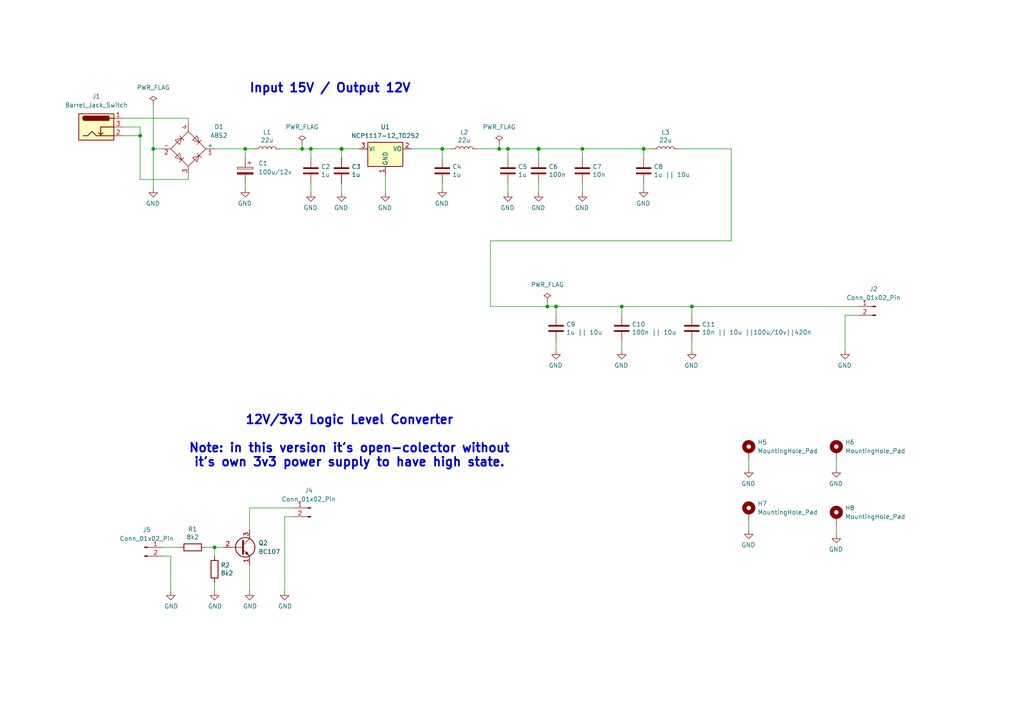
<source format=kicad_sch>
(kicad_sch (version 20250114) (generator "eeschema") (generator_version "9.0")
  (paper "A4")
  (lib_symbols
    (symbol "Connector:Barrel_Jack_Switch" (pin_names (hide yes))
      (property "Reference" "J" (at 0 5.334 0))
      (property "Value" "Barrel_Jack_Switch" (at 0 -5.08 0))
      (symbol "Barrel_Jack_Switch_0_1"
        (rectangle (start -5.08 3.81) (end 5.08 -3.81) (stroke (width 0.254)) (fill (type background)))
        (polyline (pts (xy -3.81 -2.54) (xy -2.54 -2.54) (xy -1.27 -1.27) (xy 0 -2.54) (xy 2.54 -2.54) (xy 5.08 -2.54)) (stroke (width 0.254)))
        (arc (start -3.302 1.905) (mid -3.9343 2.54) (end -3.302 3.175) (stroke (width 0.254)))
        (arc (start -3.302 1.905) (mid -3.9343 2.54) (end -3.302 3.175) (stroke (width 0.254)) (fill (type outline)))
        (polyline (pts (xy 1.27 -2.286) (xy 1.905 -1.651)) (stroke (width 0.254)))
        (rectangle (start 3.683 3.175) (end -3.302 1.905) (stroke (width 0.254)) (fill (type outline)))
        (polyline (pts (xy 5.08 2.54) (xy 3.81 2.54)) (stroke (width 0.254)))
        (polyline (pts (xy 5.08 0) (xy 1.27 0) (xy 1.27 -2.286) (xy 0.635 -1.651)) (stroke (width 0.254)))
      )
      (symbol "Barrel_Jack_Switch_1_1"
        (pin passive line (at 7.62 2.54 180) (length 2.54) (name "~") (number "1"))
        (pin passive line (at 7.62 0 180) (length 2.54) (name "~") (number "3"))
        (pin passive line (at 7.62 -2.54 180) (length 2.54) (name "~") (number "2"))
      )
    )
    (symbol "Connector:Conn_01x02_Pin" (pin_names (offset 1.016) (hide yes))
      (property "Reference" "J" (at 0 2.54 0))
      (property "Value" "Conn_01x02_Pin" (at 0 -5.08 0))
      (symbol "Conn_01x02_Pin_1_1"
        (rectangle (start 0.8636 0.127) (end 0 -0.127) (stroke (width 0.1524)) (fill (type outline)))
        (rectangle (start 0.8636 -2.413) (end 0 -2.667) (stroke (width 0.1524)) (fill (type outline)))
        (polyline (pts (xy 1.27 0) (xy 0.8636 0)) (stroke (width 0.1524)))
        (polyline (pts (xy 1.27 -2.54) (xy 0.8636 -2.54)) (stroke (width 0.1524)))
        (pin passive line (at 5.08 0 180) (length 3.81) (name "Pin_1") (number "1"))
        (pin passive line (at 5.08 -2.54 180) (length 3.81) (name "Pin_2") (number "2"))
      )
    )
    (symbol "Device:C" (pin_numbers (hide yes)) (pin_names (offset 0.254))
      (property "Reference" "C" (at 0.635 2.54 0))
      (property "Value" "C" (at 0.635 -2.54 0))
      (symbol "C_0_1"
        (polyline (pts (xy -2.032 0.762) (xy 2.032 0.762)) (stroke (width 0.508)))
        (polyline (pts (xy -2.032 -0.762) (xy 2.032 -0.762)) (stroke (width 0.508)))
      )
      (symbol "C_1_1"
        (pin passive line (at 0 3.81 270) (length 2.794) (name "~") (number "1"))
        (pin passive line (at 0 -3.81 90) (length 2.794) (name "~") (number "2"))
      )
    )
    (symbol "Device:C_Polarized" (pin_numbers (hide yes)) (pin_names (offset 0.254))
      (property "Reference" "C" (at 0.635 2.54 0))
      (property "Value" "C_Polarized" (at 0.635 -2.54 0))
      (symbol "C_Polarized_0_1"
        (rectangle (start -2.286 0.508) (end 2.286 1.016))
        (polyline (pts (xy -1.778 2.286) (xy -0.762 2.286)))
        (polyline (pts (xy -1.27 2.794) (xy -1.27 1.778)))
        (rectangle (start 2.286 -0.508) (end -2.286 -1.016) (fill (type outline)))
      )
      (symbol "C_Polarized_1_1"
        (pin passive line (at 0 3.81 270) (length 2.794) (name "~") (number "1"))
        (pin passive line (at 0 -3.81 90) (length 2.794) (name "~") (number "2"))
      )
    )
    (symbol "Device:L" (pin_numbers (hide yes)) (pin_names (offset 1.016) (hide yes))
      (property "Reference" "L" (at -1.27 0 90))
      (property "Value" "L" (at 1.905 0 90))
      (symbol "L_0_1"
        (arc (start 0 2.54) (mid 0.6323 1.905) (end 0 1.27))
        (arc (start 0 1.27) (mid 0.6323 0.635) (end 0 0))
        (arc (start 0 0) (mid 0.6323 -0.635) (end 0 -1.27))
        (arc (start 0 -1.27) (mid 0.6323 -1.905) (end 0 -2.54))
      )
      (symbol "L_1_1"
        (pin passive line (at 0 3.81 270) (length 1.27) (name "1") (number "1"))
        (pin passive line (at 0 -3.81 90) (length 1.27) (name "2") (number "2"))
      )
    )
    (symbol "Device:R" (pin_numbers (hide yes)) (pin_names (offset 0))
      (property "Reference" "R" (at 2.032 0 90))
      (property "Value" "R" (at 0 0 90))
      (symbol "R_0_1"
        (rectangle (start -1.016 -2.54) (end 1.016 2.54) (stroke (width 0.254)))
      )
      (symbol "R_1_1"
        (pin passive line (at 0 3.81 270) (length 1.27) (name "~") (number "1"))
        (pin passive line (at 0 -3.81 90) (length 1.27) (name "~") (number "2"))
      )
    )
    (symbol "Diode_Bridge:ABS2" (pin_names (offset 0))
      (property "Reference" "D" (at 2.54 6.985 0))
      (property "Value" "ABS2" (at 2.54 5.08 0))
      (symbol "ABS2_0_1"
        (polyline (pts (xy -5.08 0) (xy 0 -5.08) (xy 5.08 0) (xy 0 5.08) (xy -5.08 0)))
        (polyline (pts (xy -3.81 2.54) (xy -2.54 1.27) (xy -1.905 3.175) (xy -3.81 2.54)))
        (polyline (pts (xy -2.54 3.81) (xy -1.27 2.54)))
        (polyline (pts (xy -2.54 -1.27) (xy -3.81 -2.54) (xy -1.905 -3.175) (xy -2.54 -1.27)))
        (polyline (pts (xy -1.27 -2.54) (xy -2.54 -3.81)))
        (polyline (pts (xy 1.27 2.54) (xy 2.54 3.81) (xy 3.175 1.905) (xy 1.27 2.54)))
        (polyline (pts (xy 2.54 1.27) (xy 3.81 2.54)))
        (polyline (pts (xy 2.54 -1.27) (xy 3.81 -2.54)))
        (polyline (pts (xy 3.175 -1.905) (xy 1.27 -2.54) (xy 2.54 -3.81) (xy 3.175 -1.905)))
      )
      (symbol "ABS2_1_1"
        (pin passive line (at -7.62 0 0) (length 2.54) (name "-") (number "2"))
        (pin passive line (at 0 7.62 270) (length 2.54) (name "~") (number "4"))
        (pin passive line (at 0 -7.62 90) (length 2.54) (name "~") (number "3"))
        (pin passive line (at 7.62 0 180) (length 2.54) (name "+") (number "1"))
      )
    )
    (symbol "Mechanical:MountingHole_Pad" (pin_numbers (hide yes)) (pin_names (offset 1.016) (hide yes)) (exclude_from_sim yes) (in_bom no)
      (property "Reference" "H" (at 0 6.35 0))
      (property "Value" "MountingHole_Pad" (at 0 4.445 0))
      (symbol "MountingHole_Pad_0_1"
        (circle (center 0 1.27) (radius 1.27) (stroke (width 1.27)))
      )
      (symbol "MountingHole_Pad_1_1"
        (pin input line (at 0 -2.54 90) (length 2.54) (name "1") (number "1"))
      )
    )
    (symbol "Regulator_Linear:NCP1117-12_TO252" (pin_names (offset 0.254))
      (property "Reference" "U" (at -3.81 3.175 0))
      (property "Value" "NCP1117-12_TO252" (at 0 3.175 0))
      (symbol "NCP1117-12_TO252_0_1"
        (rectangle (start -5.08 1.905) (end 5.08 -5.08) (stroke (width 0.254)) (fill (type background)))
      )
      (symbol "NCP1117-12_TO252_1_1"
        (pin power_in line (at -7.62 0 0) (length 2.54) (name "VI") (number "3"))
        (pin power_in line (at 0 -7.62 90) (length 2.54) (name "GND") (number "1"))
        (pin power_out line (at 7.62 0 180) (length 2.54) (name "VO") (number "2"))
      )
    )
    (symbol "Transistor_BJT:BC107" (pin_names (offset 0) (hide yes))
      (property "Reference" "Q" (at 5.08 1.905 0))
      (property "Value" "BC107" (at 5.08 0 0))
      (symbol "BC107_0_1"
        (polyline (pts (xy -2.54 0) (xy 0.635 0)))
        (polyline (pts (xy 0.635 1.905) (xy 0.635 -1.905)) (stroke (width 0.508)))
        (circle (center 1.27 0) (radius 2.8194) (stroke (width 0.254)))
      )
      (symbol "BC107_1_1"
        (polyline (pts (xy 0.635 0.635) (xy 2.54 2.54)))
        (polyline (pts (xy 0.635 -0.635) (xy 2.54 -2.54)))
        (polyline (pts (xy 1.27 -1.778) (xy 1.778 -1.27) (xy 2.286 -2.286) (xy 1.27 -1.778)) (fill (type outline)))
        (pin input line (at -5.08 0 0) (length 2.54) (name "B") (number "2"))
        (pin passive line (at 2.54 5.08 270) (length 2.54) (name "C") (number "3"))
        (pin passive line (at 2.54 -5.08 90) (length 2.54) (name "E") (number "1"))
      )
    )
    (symbol "power:GND" (power) (pin_numbers (hide yes)) (pin_names (offset 0) (hide yes))
      (property "Value" "GND" (at 0 -3.81 0))
      (symbol "GND_0_1"
        (polyline (pts (xy 0 0) (xy 0 -1.27) (xy 1.27 -1.27) (xy 0 -2.54) (xy -1.27 -1.27) (xy 0 -1.27)))
      )
      (symbol "GND_1_1"
        (pin power_in line (at 0 0 270) (length 0) (name "~") (number "1"))
      )
    )
    (symbol "power:PWR_FLAG" (power) (pin_numbers (hide yes)) (pin_names (offset 0) (hide yes))
      (property "Value" "PWR_FLAG" (at 0 3.81 0))
      (symbol "PWR_FLAG_0_0"
        (pin power_out line (at 0 0 90) (length 0) (name "~") (number "1"))
      )
      (symbol "PWR_FLAG_0_1"
        (polyline (pts (xy 0 0) (xy 0 1.27) (xy -1.016 1.905) (xy 0 2.54) (xy 1.016 1.905) (xy 0 1.27)))
      )
    )
  )
  (text "12V/3v3 Logic Level Converter\n\nNote: in this version it's open-colector without\nit's own 3v3 power supply to have high state." (at 101.346 128.016 0) (effects (font (size 2.54 2.54) (thickness 0.508) (bold yes))))
  (text "Input 15V / Output 12V" (at 95.758 25.654 0) (effects (font (size 2.54 2.54) (thickness 0.508) (bold yes))))
  (junction (at 87.63 43.18))
  (junction (at 200.66 88.9))
  (junction (at 99.06 43.18) (diameter 1.016))
  (junction (at 161.29 88.9))
  (junction (at 180.34 88.9))
  (junction (at 147.32 43.18))
  (junction (at 71.12 43.18))
  (junction (at 144.78 43.18))
  (junction (at 156.21 43.18) (diameter 1.016))
  (junction (at 128.27 43.18))
  (junction (at 44.45 43.18))
  (junction (at 186.69 43.18))
  (junction (at 40.64 39.37))
  (junction (at 90.17 43.18))
  (junction (at 158.75 88.9))
  (junction (at 168.91 43.18))
  (junction (at 62.23 158.75))
  (wire (pts (xy 217.17 151.13) (xy 217.17 153.67)))
  (wire (pts (xy 138.43 43.18) (xy 144.78 43.18)))
  (wire (pts (xy 161.29 88.9) (xy 180.34 88.9)))
  (wire (pts (xy 46.99 161.29) (xy 49.53 161.29)))
  (wire (pts (xy 40.64 36.83) (xy 35.56 36.83)))
  (wire (pts (xy 87.63 43.18) (xy 87.63 41.91)))
  (wire (pts (xy 90.17 43.18) (xy 99.06 43.18)))
  (wire (pts (xy 104.14 43.18) (xy 99.06 43.18)))
  (wire (pts (xy 71.12 54.61) (xy 71.12 53.34)))
  (wire (pts (xy 245.11 91.44) (xy 245.11 101.6)))
  (wire (pts (xy 62.23 43.18) (xy 71.12 43.18)))
  (wire (pts (xy 49.53 161.29) (xy 49.53 171.45)))
  (wire (pts (xy 186.69 54.61) (xy 186.69 53.34)))
  (wire (pts (xy 44.45 43.18) (xy 44.45 54.61)))
  (wire (pts (xy 90.17 55.88) (xy 90.17 53.34)))
  (wire (pts (xy 128.27 43.18) (xy 128.27 45.72)))
  (wire (pts (xy 242.57 152.4) (xy 242.57 154.94)))
  (wire (pts (xy 158.75 88.9) (xy 161.29 88.9)))
  (wire (pts (xy 147.32 43.18) (xy 156.21 43.18)))
  (wire (pts (xy 82.55 149.86) (xy 85.09 149.86)))
  (wire (pts (xy 212.09 69.85) (xy 142.24 69.85)))
  (wire (pts (xy 186.69 43.18) (xy 186.69 45.72)))
  (wire (pts (xy 180.34 88.9) (xy 200.66 88.9)))
  (wire (pts (xy 85.09 147.32) (xy 72.39 147.32)))
  (wire (pts (xy 168.91 55.88) (xy 168.91 53.34)))
  (wire (pts (xy 147.32 55.88) (xy 147.32 53.34)))
  (wire (pts (xy 62.23 171.45) (xy 62.23 168.91)))
  (wire (pts (xy 168.91 45.72) (xy 168.91 43.18)))
  (wire (pts (xy 200.66 101.6) (xy 200.66 99.06)))
  (wire (pts (xy 35.56 34.29) (xy 54.61 34.29)))
  (wire (pts (xy 248.92 91.44) (xy 245.11 91.44)))
  (wire (pts (xy 119.38 43.18) (xy 128.27 43.18)))
  (wire (pts (xy 200.66 91.44) (xy 200.66 88.9)))
  (wire (pts (xy 99.06 45.72) (xy 99.06 43.18)))
  (wire (pts (xy 156.21 55.88) (xy 156.21 53.34)))
  (wire (pts (xy 81.28 43.18) (xy 87.63 43.18)))
  (wire (pts (xy 71.12 43.18) (xy 73.66 43.18)))
  (wire (pts (xy 180.34 91.44) (xy 180.34 88.9)))
  (wire (pts (xy 44.45 30.48) (xy 44.45 43.18)))
  (wire (pts (xy 54.61 52.07) (xy 40.64 52.07)))
  (wire (pts (xy 54.61 34.29) (xy 54.61 35.56)))
  (wire (pts (xy 72.39 171.45) (xy 72.39 163.83)))
  (wire (pts (xy 40.64 39.37) (xy 40.64 36.83)))
  (wire (pts (xy 156.21 45.72) (xy 156.21 43.18)))
  (wire (pts (xy 59.69 158.75) (xy 62.23 158.75)))
  (wire (pts (xy 87.63 43.18) (xy 90.17 43.18)))
  (wire (pts (xy 142.24 88.9) (xy 158.75 88.9)))
  (wire (pts (xy 62.23 161.29) (xy 62.23 158.75)))
  (wire (pts (xy 71.12 43.18) (xy 71.12 45.72)))
  (wire (pts (xy 40.64 52.07) (xy 40.64 39.37)))
  (wire (pts (xy 168.91 43.18) (xy 186.69 43.18)))
  (wire (pts (xy 82.55 171.45) (xy 82.55 149.86)))
  (wire (pts (xy 99.06 55.88) (xy 99.06 53.34)))
  (wire (pts (xy 161.29 91.44) (xy 161.29 88.9)))
  (wire (pts (xy 72.39 147.32) (xy 72.39 153.67)))
  (wire (pts (xy 158.75 88.9) (xy 158.75 87.63)))
  (wire (pts (xy 144.78 43.18) (xy 144.78 41.91)))
  (wire (pts (xy 212.09 43.18) (xy 212.09 69.85)))
  (wire (pts (xy 180.34 101.6) (xy 180.34 99.06)))
  (wire (pts (xy 128.27 43.18) (xy 130.81 43.18)))
  (wire (pts (xy 111.76 50.8) (xy 111.76 55.88)))
  (wire (pts (xy 46.99 43.18) (xy 44.45 43.18)))
  (wire (pts (xy 147.32 45.72) (xy 147.32 43.18)))
  (wire (pts (xy 217.17 133.35) (xy 217.17 135.89)))
  (wire (pts (xy 35.56 39.37) (xy 40.64 39.37)))
  (wire (pts (xy 161.29 101.6) (xy 161.29 99.06)))
  (wire (pts (xy 46.99 158.75) (xy 52.07 158.75)))
  (wire (pts (xy 196.85 43.18) (xy 212.09 43.18)))
  (wire (pts (xy 90.17 45.72) (xy 90.17 43.18)))
  (wire (pts (xy 54.61 50.8) (xy 54.61 52.07)))
  (wire (pts (xy 200.66 88.9) (xy 248.92 88.9)))
  (wire (pts (xy 144.78 43.18) (xy 147.32 43.18)))
  (wire (pts (xy 242.57 133.35) (xy 242.57 135.89)))
  (wire (pts (xy 128.27 54.61) (xy 128.27 53.34)))
  (wire (pts (xy 62.23 158.75) (xy 64.77 158.75)))
  (wire (pts (xy 186.69 43.18) (xy 189.23 43.18)))
  (wire (pts (xy 156.21 43.18) (xy 168.91 43.18)))
  (wire (pts (xy 142.24 69.85) (xy 142.24 88.9)))
  (symbol (lib_id "power:GND") (at 62.23 171.45 0) (unit 1)
    (property "Reference" "#PWR02" (effects (hide yes)))
    (property "Value" "GND" (at 62.357 175.8442 0))
  )
  (symbol (lib_id "power:GND") (at 72.39 171.45 0) (unit 1)
    (property "Reference" "#PWR03" (effects (hide yes)))
    (property "Value" "GND" (at 72.517 175.8442 0))
  )
  (symbol (lib_id "Device:R") (at 55.88 158.75 270) (unit 1)
    (property "Reference" "R1" (at 55.88 153.4922 90))
    (property "Value" "8k2" (at 55.88 155.8036 90))
    (property "Footprint" "Resistor_SMD:R_0805_2012Metric" (effects (hide yes)))
  )
  (symbol (lib_id "Device:R") (at 62.23 165.1 180) (unit 1)
    (property "Reference" "R2" (at 64.008 163.9316 0) (effects (justify right)))
    (property "Value" "8k2" (at 64.008 166.243 0) (effects (justify right)))
    (property "Footprint" "Resistor_SMD:R_0805_2012Metric" (effects (hide yes)))
  )
  (symbol (lib_id "power:GND") (at 180.34 101.6 0) (mirror y) (unit 1)
    (property "Reference" "#PWR016" (effects (hide yes)))
    (property "Value" "GND" (at 180.213 105.9942 0))
  )
  (symbol (lib_id "Device:C") (at 99.06 49.53 0) (unit 1)
    (property "Reference" "C3" (at 101.981 48.3616 0) (effects (justify left)))
    (property "Value" "1u" (at 101.981 50.673 0) (effects (justify left)))
    (property "Footprint" "Capacitor_SMD:C_0805_2012Metric" (effects (hide yes)))
  )
  (symbol (lib_id "power:GND") (at 147.32 55.88 0) (mirror y) (unit 1)
    (property "Reference" "#PWR011" (effects (hide yes)))
    (property "Value" "GND" (at 147.193 60.2742 0))
  )
  (symbol (lib_id "power:GND") (at 161.29 101.6 0) (mirror y) (unit 1)
    (property "Reference" "#PWR015" (effects (hide yes)))
    (property "Value" "GND" (at 161.163 105.9942 0))
  )
  (symbol (lib_id "Connector:Barrel_Jack_Switch") (at 27.94 36.83 0) (unit 1)
    (property "Reference" "J1" (at 27.94 27.94 0))
    (property "Value" "Barrel_Jack_Switch" (at 27.94 30.48 0))
    (property "Footprint" "Connector_BarrelJack:BarrelJack_GCT_DCJ200-10-A_Horizontal" (effects (hide yes)))
    (property "Description" "DC Barrel Jack with an internal switch" (effects (hide yes)))
  )
  (symbol (lib_id "power:GND") (at 90.17 55.88 0) (mirror y) (unit 1)
    (property "Reference" "#PWR07" (effects (hide yes)))
    (property "Value" "GND" (at 90.043 60.2742 0))
  )
  (symbol (lib_id "Mechanical:MountingHole_Pad") (at 217.17 148.59 0) (unit 1) (exclude_from_sim yes) (in_bom no)
    (property "Reference" "H7" (at 219.71 146.0499 0) (effects (justify left)))
    (property "Value" "MountingHole_Pad" (at 219.71 148.5899 0) (effects (justify left)))
    (property "Footprint" "MountingHole:MountingHole_3.5mm_Pad" (effects (hide yes)))
    (property "Description" "Mounting Hole with connection" (effects (hide yes)))
  )
  (symbol (lib_id "Connector:Conn_01x02_Pin") (at 254 88.9 0) (mirror y) (unit 1)
    (property "Reference" "J2" (at 253.365 83.82 0))
    (property "Value" "Conn_01x02_Pin" (at 253.365 86.36 0))
    (property "Footprint" "Connector_PinHeader_2.54mm:PinHeader_1x02_P2.54mm_Vertical" (effects (hide yes)))
    (property "Description" "Generic connector, single row, 01x02, script generated" (effects (hide yes)))
  )
  (symbol (lib_id "Device:C_Polarized") (at 71.12 49.53 0) (mirror y) (unit 1)
    (property "Reference" "C1" (at 74.93 47.3709 0) (effects (justify right)))
    (property "Value" "100u/12v" (at 74.93 49.9109 0) (effects (justify right)))
    (property "Footprint" "Capacitor_THT:C_Radial_D6.3mm_H5.0mm_P2.50mm" (effects (hide yes)))
    (property "Description" "Polarized capacitor" (effects (hide yes)))
  )
  (symbol (lib_id "Device:C") (at 90.17 49.53 0) (unit 1)
    (property "Reference" "C2" (at 93.091 48.3616 0) (effects (justify left)))
    (property "Value" "1u" (at 93.091 50.673 0) (effects (justify left)))
    (property "Footprint" "Capacitor_SMD:C_0805_2012Metric" (effects (hide yes)))
  )
  (symbol (lib_id "power:PWR_FLAG") (at 144.78 41.91 0) (mirror y) (unit 1)
    (property "Reference" "#FLG03" (effects (hide yes)))
    (property "Value" "PWR_FLAG" (at 144.78 36.83 0))
    (property "Description" "Special symbol for telling ERC where power comes from" (effects (hide yes)))
  )
  (symbol (lib_id "power:GND") (at 49.53 171.45 0) (unit 1)
    (property "Reference" "#PWR06" (effects (hide yes)))
    (property "Value" "GND" (at 49.657 175.8442 0))
  )
  (symbol (lib_id "power:GND") (at 168.91 55.88 0) (mirror y) (unit 1)
    (property "Reference" "#PWR013" (effects (hide yes)))
    (property "Value" "GND" (at 168.783 60.2742 0))
  )
  (symbol (lib_id "Diode_Bridge:ABS2") (at 54.61 43.18 0) (unit 1)
    (property "Reference" "D1" (at 63.5 36.7598 0))
    (property "Value" "ABS2" (at 63.5 39.2998 0))
    (property "Footprint" "Diode_SMD:Diode_Bridge_Diotec_ABS" (effects (hide yes)))
    (property "Datasheet" "https://diotec.com/tl_files/diotec/files/pdf/datasheets/abs2.pdf" (effects (hide yes)))
    (property "Description" "Miniature Glass Passivated Single-Phase Surface Mount Bridge Rectifiers, 140V Vrms, 0.8A If, ABS SMD package" (effects (hide yes)))
  )
  (symbol (lib_id "Device:L") (at 134.62 43.18 270) (mirror x) (unit 1)
    (property "Reference" "L2" (at 134.62 38.354 90))
    (property "Value" "22u" (at 134.62 40.6654 90))
    (property "Footprint" "Inductor_SMD:L_7.3x7.3_H3.5" (effects (hide yes)))
  )
  (symbol (lib_id "power:GND") (at 245.11 101.6 0) (mirror y) (unit 1)
    (property "Reference" "#PWR018" (effects (hide yes)))
    (property "Value" "GND" (at 244.983 105.9942 0))
  )
  (symbol (lib_id "power:GND") (at 156.21 55.88 0) (mirror y) (unit 1)
    (property "Reference" "#PWR012" (effects (hide yes)))
    (property "Value" "GND" (at 156.083 60.2742 0))
  )
  (symbol (lib_id "power:GND") (at 82.55 171.45 0) (unit 1)
    (property "Reference" "#PWR05" (effects (hide yes)))
    (property "Value" "GND" (at 82.677 175.8442 0))
  )
  (symbol (lib_id "Mechanical:MountingHole_Pad") (at 242.57 149.86 0) (unit 1) (exclude_from_sim yes) (in_bom no)
    (property "Reference" "H8" (at 245.11 147.3199 0) (effects (justify left)))
    (property "Value" "MountingHole_Pad" (at 245.11 149.8599 0) (effects (justify left)))
    (property "Footprint" "MountingHole:MountingHole_3.5mm_Pad" (effects (hide yes)))
    (property "Description" "Mounting Hole with connection" (effects (hide yes)))
  )
  (symbol (lib_id "Device:C") (at 128.27 49.53 0) (unit 1)
    (property "Reference" "C4" (at 131.191 48.3616 0) (effects (justify left)))
    (property "Value" "1u" (at 131.191 50.673 0) (effects (justify left)))
    (property "Footprint" "Capacitor_SMD:C_0805_2012Metric" (effects (hide yes)))
  )
  (symbol (lib_id "Regulator_Linear:NCP1117-12_TO252") (at 111.76 43.18 0) (unit 1)
    (property "Reference" "U1" (at 111.76 36.83 0))
    (property "Value" "NCP1117-12_TO252" (at 111.76 39.37 0))
    (property "Footprint" "Package_TO_SOT_SMD:SOT-23-3" (effects (hide yes)))
    (property "Datasheet" "http://www.onsemi.com/pub_link/Collateral/NCP1117-D.PDF" (effects (hide yes)))
    (property "Description" "1A Low drop-out regulator, Fixed Output 12V, TO-252 (DPAK)" (effects (hide yes)))
  )
  (symbol (lib_id "Device:L") (at 77.47 43.18 270) (mirror x) (unit 1)
    (property "Reference" "L1" (at 77.47 38.354 90))
    (property "Value" "22u" (at 77.47 40.6654 90))
    (property "Footprint" "Inductor_SMD:L_7.3x7.3_H3.5" (effects (hide yes)))
  )
  (symbol (lib_id "Device:C") (at 200.66 95.25 0) (unit 1)
    (property "Reference" "C11" (at 203.581 94.0816 0) (effects (justify left)))
    (property "Value" "10n || 10u ||100u/10v||420n" (at 203.581 96.393 0) (effects (justify left)))
    (property "Footprint" "Capacitor_SMD:C_0805_2012Metric" (effects (hide yes)))
  )
  (symbol (lib_id "Device:C") (at 186.69 49.53 0) (unit 1)
    (property "Reference" "C8" (at 189.611 48.3616 0) (effects (justify left)))
    (property "Value" "1u || 10u" (at 189.611 50.673 0) (effects (justify left)))
    (property "Footprint" "Capacitor_SMD:C_0805_2012Metric" (effects (hide yes)))
  )
  (symbol (lib_id "power:GND") (at 44.45 54.61 0) (mirror y) (unit 1)
    (property "Reference" "#PWR01" (effects (hide yes)))
    (property "Value" "GND" (at 44.323 59.0042 0))
  )
  (symbol (lib_id "power:GND") (at 242.57 154.94 0) (mirror y) (unit 1)
    (property "Reference" "#PWR022" (effects (hide yes)))
    (property "Value" "GND" (at 242.443 159.3342 0))
  )
  (symbol (lib_id "power:GND") (at 217.17 153.67 0) (mirror y) (unit 1)
    (property "Reference" "#PWR021" (effects (hide yes)))
    (property "Value" "GND" (at 217.043 158.0642 0))
  )
  (symbol (lib_id "Device:C") (at 156.21 49.53 0) (unit 1)
    (property "Reference" "C6" (at 159.131 48.3616 0) (effects (justify left)))
    (property "Value" "100n" (at 159.131 50.673 0) (effects (justify left)))
    (property "Footprint" "Capacitor_SMD:C_0805_2012Metric" (effects (hide yes)))
  )
  (symbol (lib_id "Device:L") (at 193.04 43.18 270) (mirror x) (unit 1)
    (property "Reference" "L3" (at 193.04 38.354 90))
    (property "Value" "22u" (at 193.04 40.6654 90))
    (property "Footprint" "Inductor_SMD:L_7.3x7.3_H3.5" (effects (hide yes)))
  )
  (symbol (lib_id "power:PWR_FLAG") (at 44.45 30.48 0) (unit 1)
    (property "Reference" "#FLG01" (effects (hide yes)))
    (property "Value" "PWR_FLAG" (at 44.45 25.4 0))
    (property "Description" "Special symbol for telling ERC where power comes from" (effects (hide yes)))
  )
  (symbol (lib_id "Mechanical:MountingHole_Pad") (at 217.17 130.81 0) (unit 1) (exclude_from_sim yes) (in_bom no)
    (property "Reference" "H5" (at 219.71 128.2699 0) (effects (justify left)))
    (property "Value" "MountingHole_Pad" (at 219.71 130.8099 0) (effects (justify left)))
    (property "Footprint" "MountingHole:MountingHole_3.5mm_Pad" (effects (hide yes)))
    (property "Description" "Mounting Hole with connection" (effects (hide yes)))
  )
  (symbol (lib_id "power:PWR_FLAG") (at 87.63 41.91 0) (mirror y) (unit 1)
    (property "Reference" "#FLG02" (effects (hide yes)))
    (property "Value" "PWR_FLAG" (at 87.63 36.83 0))
    (property "Description" "Special symbol for telling ERC where power comes from" (effects (hide yes)))
  )
  (symbol (lib_id "Device:C") (at 161.29 95.25 0) (unit 1)
    (property "Reference" "C9" (at 164.211 94.0816 0) (effects (justify left)))
    (property "Value" "1u || 10u" (at 164.211 96.393 0) (effects (justify left)))
    (property "Footprint" "Capacitor_SMD:C_0805_2012Metric" (effects (hide yes)))
  )
  (symbol (lib_id "power:GND") (at 186.69 54.61 0) (mirror y) (unit 1)
    (property "Reference" "#PWR014" (effects (hide yes)))
    (property "Value" "GND" (at 186.563 59.0042 0))
  )
  (symbol (lib_id "power:PWR_FLAG") (at 158.75 87.63 0) (mirror y) (unit 1)
    (property "Reference" "#FLG04" (effects (hide yes)))
    (property "Value" "PWR_FLAG" (at 158.75 82.55 0))
    (property "Description" "Special symbol for telling ERC where power comes from" (effects (hide yes)))
  )
  (symbol (lib_id "Connector:Conn_01x02_Pin") (at 41.91 158.75 0) (unit 1)
    (property "Reference" "J5" (at 42.545 153.67 0))
    (property "Value" "Conn_01x02_Pin" (at 42.545 156.21 0))
    (property "Footprint" "Connector_PinHeader_2.54mm:PinHeader_1x02_P2.54mm_Vertical" (effects (hide yes)))
    (property "Description" "Generic connector, single row, 01x02, script generated" (effects (hide yes)))
  )
  (symbol (lib_id "Device:C") (at 180.34 95.25 0) (unit 1)
    (property "Reference" "C10" (at 183.261 94.0816 0) (effects (justify left)))
    (property "Value" "100n || 10u" (at 183.261 96.393 0) (effects (justify left)))
    (property "Footprint" "Capacitor_SMD:C_0805_2012Metric" (effects (hide yes)))
  )
  (symbol (lib_id "power:GND") (at 71.12 54.61 0) (mirror y) (unit 1)
    (property "Reference" "#PWR04" (effects (hide yes)))
    (property "Value" "GND" (at 70.993 59.0042 0))
  )
  (symbol (lib_id "Mechanical:MountingHole_Pad") (at 242.57 130.81 0) (unit 1) (exclude_from_sim yes) (in_bom no)
    (property "Reference" "H6" (at 245.11 128.2699 0) (effects (justify left)))
    (property "Value" "MountingHole_Pad" (at 245.11 130.8099 0) (effects (justify left)))
    (property "Footprint" "MountingHole:MountingHole_3.5mm_Pad" (effects (hide yes)))
    (property "Description" "Mounting Hole with connection" (effects (hide yes)))
  )
  (symbol (lib_id "power:GND") (at 99.06 55.88 0) (mirror y) (unit 1)
    (property "Reference" "#PWR08" (effects (hide yes)))
    (property "Value" "GND" (at 98.933 60.2742 0))
  )
  (symbol (lib_id "Device:C") (at 147.32 49.53 0) (unit 1)
    (property "Reference" "C5" (at 150.241 48.3616 0) (effects (justify left)))
    (property "Value" "1u" (at 150.241 50.673 0) (effects (justify left)))
    (property "Footprint" "Capacitor_SMD:C_0805_2012Metric" (effects (hide yes)))
  )
  (symbol (lib_id "Device:C") (at 168.91 49.53 0) (unit 1)
    (property "Reference" "C7" (at 171.831 48.3616 0) (effects (justify left)))
    (property "Value" "10n" (at 171.831 50.673 0) (effects (justify left)))
    (property "Footprint" "Capacitor_SMD:C_0805_2012Metric" (effects (hide yes)))
  )
  (symbol (lib_id "power:GND") (at 128.27 54.61 0) (mirror y) (unit 1)
    (property "Reference" "#PWR010" (effects (hide yes)))
    (property "Value" "GND" (at 128.143 59.0042 0))
  )
  (symbol (lib_id "Transistor_BJT:BC107") (at 69.85 158.75 0) (unit 1)
    (property "Reference" "Q2" (at 74.93 157.4799 0) (effects (justify left)))
    (property "Value" "BC107" (at 74.93 160.0199 0) (effects (justify left)))
    (property "Footprint" "Package_TO_SOT_THT:TO-18-3" (effects (hide yes)))
    (property "Datasheet" "http://www.b-kainka.de/Daten/Transistor/BC108.pdf" (effects (hide yes)))
    (property "Description" "0.1A Ic, 50V Vce, Low Noise General Purpose NPN Transistor, TO-18" (effects (hide yes)))
  )
  (symbol (lib_id "power:GND") (at 200.66 101.6 0) (mirror y) (unit 1)
    (property "Reference" "#PWR017" (effects (hide yes)))
    (property "Value" "GND" (at 200.533 105.9942 0))
  )
  (symbol (lib_id "Connector:Conn_01x02_Pin") (at 90.17 147.32 0) (mirror y) (unit 1)
    (property "Reference" "J4" (at 89.535 142.24 0))
    (property "Value" "Conn_01x02_Pin" (at 89.535 144.78 0))
    (property "Footprint" "Connector_PinHeader_2.54mm:PinHeader_1x02_P2.54mm_Vertical" (effects (hide yes)))
    (property "Description" "Generic connector, single row, 01x02, script generated" (effects (hide yes)))
  )
  (symbol (lib_id "power:GND") (at 111.76 55.88 0) (mirror y) (unit 1)
    (property "Reference" "#PWR09" (effects (hide yes)))
    (property "Value" "GND" (at 111.633 60.2742 0))
  )
  (symbol (lib_id "power:GND") (at 217.17 135.89 0) (mirror y) (unit 1)
    (property "Reference" "#PWR019" (effects (hide yes)))
    (property "Value" "GND" (at 217.043 140.2842 0))
  )
  (symbol (lib_id "power:GND") (at 242.57 135.89 0) (mirror y) (unit 1)
    (property "Reference" "#PWR020" (effects (hide yes)))
    (property "Value" "GND" (at 242.443 140.2842 0))
  )
)
</source>
